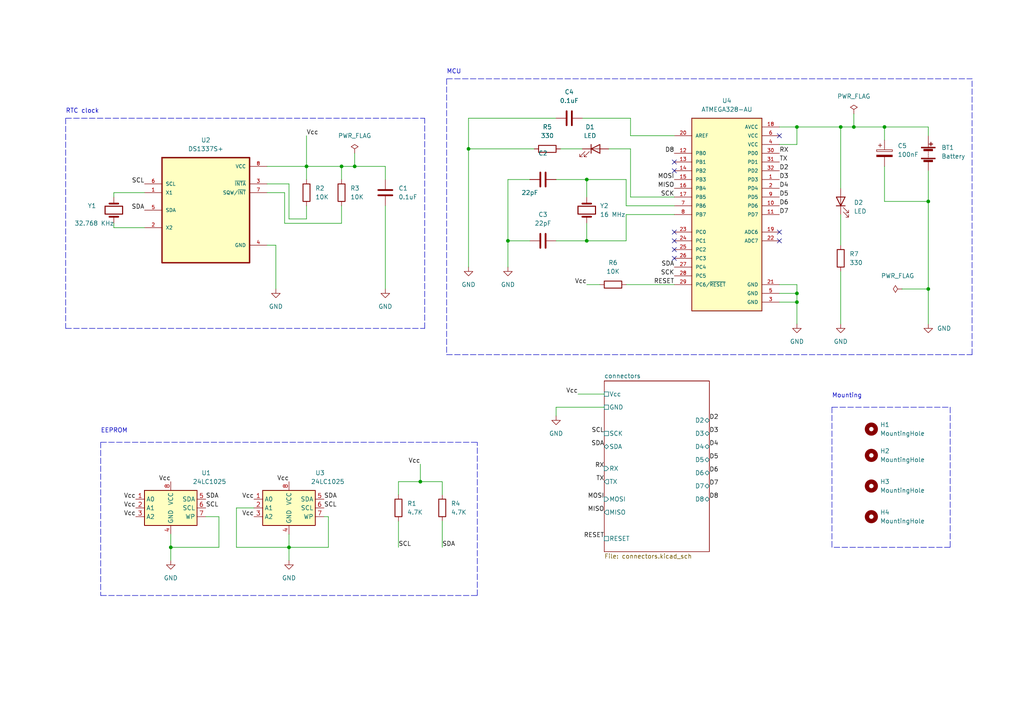
<source format=kicad_sch>
(kicad_sch (version 20211123) (generator eeschema)
  (paper "A4")
  (title_block (title "${project_name}") (date "2022-09-23") (rev "1"))
  (lib_symbols
    (symbol "ATMEGA328-AU_1" (pin_names (offset 1.016))
      (property "Reference" "U" (at -10.1854 29.2862 0))
      (property "Value" "ATMEGA328-AU_1" (at -10.16 -31.7754 0))
      (symbol "ATMEGA328-AU_1_0_0"
        (rectangle (start -10.16 -27.94) (end 10.16 27.94) (stroke (width 0.254)) (fill (type background)))
        (pin bidirectional line (at 15.24 10.16 180) (length 5.08) (name "PD3") (number "1"))
        (pin bidirectional line (at 15.24 2.54 180) (length 5.08) (name "PD6") (number "10"))
        (pin bidirectional line (at 15.24 0 180) (length 5.08) (name "PD7") (number "11"))
        (pin bidirectional line (at -15.24 17.78 0) (length 5.08) (name "PB0") (number "12"))
        (pin bidirectional line (at -15.24 15.24 0) (length 5.08) (name "PB1") (number "13"))
        (pin bidirectional line (at -15.24 12.7 0) (length 5.08) (name "PB2") (number "14"))
        (pin bidirectional line (at -15.24 10.16 0) (length 5.08) (name "PB3") (number "15"))
        (pin bidirectional line (at -15.24 7.62 0) (length 5.08) (name "PB4") (number "16"))
        (pin bidirectional line (at -15.24 5.08 0) (length 5.08) (name "PB5") (number "17"))
        (pin power_in line (at 15.24 25.4 180) (length 5.08) (name "AVCC") (number "18"))
        (pin bidirectional line (at 15.24 -5.08 180) (length 5.08) (name "ADC6") (number "19"))
        (pin bidirectional line (at 15.24 7.62 180) (length 5.08) (name "PD4") (number "2"))
        (pin input line (at -15.24 22.86 0) (length 5.08) (name "AREF") (number "20"))
        (pin power_in line (at 15.24 -20.32 180) (length 5.08) (name "GND") (number "21"))
        (pin bidirectional line (at 15.24 -7.62 180) (length 5.08) (name "ADC7") (number "22"))
        (pin bidirectional line (at -15.24 -5.08 0) (length 5.08) (name "PC0") (number "23"))
        (pin bidirectional line (at -15.24 -7.62 0) (length 5.08) (name "PC1") (number "24"))
        (pin bidirectional line (at -15.24 -10.16 0) (length 5.08) (name "PC2") (number "25"))
        (pin bidirectional line (at -15.24 -12.7 0) (length 5.08) (name "PC3") (number "26"))
        (pin bidirectional line (at -15.24 -15.24 0) (length 5.08) (name "PC4") (number "27"))
        (pin bidirectional line (at -15.24 -17.78 0) (length 5.08) (name "PC5") (number "28"))
        (pin bidirectional line (at -15.24 -20.32 0) (length 5.08) (name "PC6/~{RESET}") (number "29"))
        (pin power_in line (at 15.24 -25.4 180) (length 5.08) (name "GND") (number "3"))
        (pin bidirectional line (at 15.24 17.78 180) (length 5.08) (name "PD0") (number "30"))
        (pin bidirectional line (at 15.24 15.24 180) (length 5.08) (name "PD1") (number "31"))
        (pin bidirectional line (at 15.24 12.7 180) (length 5.08) (name "PD2") (number "32"))
        (pin power_in line (at 15.24 20.32 180) (length 5.08) (name "VCC") (number "4"))
        (pin power_in line (at 15.24 -22.86 180) (length 5.08) (name "GND") (number "5"))
        (pin power_in line (at 15.24 22.86 180) (length 5.08) (name "VCC") (number "6"))
        (pin bidirectional line (at -15.24 2.54 0) (length 5.08) (name "PB6") (number "7"))
        (pin bidirectional line (at -15.24 0 0) (length 5.08) (name "PB7") (number "8"))
        (pin bidirectional line (at 15.24 5.08 180) (length 5.08) (name "PD5") (number "9"))
      )
    )
    (symbol "DS1337S_:DS1337S+" (pin_names (offset 1.016))
      (property "Reference" "U" (at -12.7 16.2306 0))
      (property "Value" "DS1337S+" (at -12.7 -19.2278 0))
      (symbol "DS1337S+_0_0"
        (rectangle (start -12.7 -15.24) (end 12.7 15.24) (stroke (width 0.4064)) (fill (type background)))
        (pin input line (at -17.78 5.08 0) (length 5.08) (name "X1") (number "1"))
        (pin bidirectional line (at -17.78 -5.08 0) (length 5.08) (name "X2") (number "2"))
        (pin output line (at 17.78 7.62 180) (length 5.08) (name "~{INTA}") (number "3"))
        (pin power_in line (at 17.78 -10.16 180) (length 5.08) (name "GND") (number "4"))
        (pin bidirectional line (at -17.78 0 0) (length 5.08) (name "SDA") (number "5"))
        (pin input line (at -17.78 7.62 0) (length 5.08) (name "SCL") (number "6"))
        (pin output line (at 17.78 5.08 180) (length 5.08) (name "SQW/~{INT}") (number "7"))
        (pin power_in line (at 17.78 12.7 180) (length 5.08) (name "VCC") (number "8"))
      )
    )
    (symbol "Device:Battery" (pin_numbers hide) (pin_names (offset 0) hide)
      (property "Reference" "BT" (at 2.54 2.54 0))
      (property "Value" "Battery" (at 2.54 0 0))
      (symbol "Battery_0_1"
        (rectangle (start -2.032 -1.397) (end 2.032 -1.651) (fill (type outline)))
        (rectangle (start -2.032 1.778) (end 2.032 1.524) (fill (type outline)))
        (rectangle (start -1.3208 -1.9812) (end 1.27 -2.4892) (fill (type outline)))
        (rectangle (start -1.3208 1.1938) (end 1.27 0.6858) (fill (type outline)))
        (polyline (pts (xy 0 -1.524) (xy 0 -1.27)))
        (polyline (pts (xy 0 -1.016) (xy 0 -0.762)))
        (polyline (pts (xy 0 -0.508) (xy 0 -0.254)))
        (polyline (pts (xy 0 0) (xy 0 0.254)))
        (polyline (pts (xy 0 0.508) (xy 0 0.762)))
        (polyline (pts (xy 0 1.778) (xy 0 2.54)))
        (polyline (pts (xy 0.254 2.667) (xy 1.27 2.667)) (stroke (width 0.254)))
        (polyline (pts (xy 0.762 3.175) (xy 0.762 2.159)) (stroke (width 0.254)))
      )
      (symbol "Battery_1_1"
        (pin passive line (at 0 5.08 270) (length 2.54) (name "+") (number "1"))
        (pin passive line (at 0 -5.08 90) (length 2.54) (name "-") (number "2"))
      )
    )
    (symbol "Device:C" (pin_numbers hide) (pin_names (offset 0.254))
      (property "Reference" "C" (at 0.635 2.54 0))
      (property "Value" "C" (at 0.635 -2.54 0))
      (symbol "C_0_1"
        (polyline (pts (xy -2.032 -0.762) (xy 2.032 -0.762)) (stroke (width 0.508)))
        (polyline (pts (xy -2.032 0.762) (xy 2.032 0.762)) (stroke (width 0.508)))
      )
      (symbol "C_1_1"
        (pin passive line (at 0 3.81 270) (length 2.794) (name "~") (number "1"))
        (pin passive line (at 0 -3.81 90) (length 2.794) (name "~") (number "2"))
      )
    )
    (symbol "Device:C_Polarized" (pin_numbers hide) (pin_names (offset 0.254))
      (property "Reference" "C" (at 0.635 2.54 0))
      (property "Value" "C_Polarized" (at 0.635 -2.54 0))
      (symbol "C_Polarized_0_1"
        (rectangle (start -2.286 0.508) (end 2.286 1.016))
        (polyline (pts (xy -1.778 2.286) (xy -0.762 2.286)))
        (polyline (pts (xy -1.27 2.794) (xy -1.27 1.778)))
        (rectangle (start 2.286 -0.508) (end -2.286 -1.016) (fill (type outline)))
      )
      (symbol "C_Polarized_1_1"
        (pin passive line (at 0 3.81 270) (length 2.794) (name "~") (number "1"))
        (pin passive line (at 0 -3.81 90) (length 2.794) (name "~") (number "2"))
      )
    )
    (symbol "Device:Crystal" (pin_numbers hide) (pin_names (offset 1.016) hide)
      (property "Reference" "Y" (at 0 3.81 0))
      (property "Value" "Crystal" (at 0 -3.81 0))
      (symbol "Crystal_0_1"
        (rectangle (start -1.143 2.54) (end 1.143 -2.54) (stroke (width 0.3048)))
        (polyline (pts (xy -2.54 0) (xy -1.905 0)))
        (polyline (pts (xy -1.905 -1.27) (xy -1.905 1.27)) (stroke (width 0.508)))
        (polyline (pts (xy 1.905 -1.27) (xy 1.905 1.27)) (stroke (width 0.508)))
        (polyline (pts (xy 2.54 0) (xy 1.905 0)))
      )
      (symbol "Crystal_1_1"
        (pin passive line (at -3.81 0 0) (length 1.27) (name "1") (number "1"))
        (pin passive line (at 3.81 0 180) (length 1.27) (name "2") (number "2"))
      )
    )
    (symbol "Device:LED" (pin_numbers hide) (pin_names (offset 1.016) hide)
      (property "Reference" "D" (at 0 2.54 0))
      (property "Value" "LED" (at 0 -2.54 0))
      (symbol "LED_0_1"
        (polyline (pts (xy -1.27 -1.27) (xy -1.27 1.27)) (stroke (width 0.254)))
        (polyline (pts (xy -1.27 0) (xy 1.27 0)))
        (polyline (pts (xy 1.27 -1.27) (xy 1.27 1.27) (xy -1.27 0) (xy 1.27 -1.27)) (stroke (width 0.254)))
        (polyline (pts (xy -3.048 -0.762) (xy -4.572 -2.286) (xy -3.81 -2.286) (xy -4.572 -2.286) (xy -4.572 -1.524)))
        (polyline (pts (xy -1.778 -0.762) (xy -3.302 -2.286) (xy -2.54 -2.286) (xy -3.302 -2.286) (xy -3.302 -1.524)))
      )
      (symbol "LED_1_1"
        (pin passive line (at -3.81 0 0) (length 2.54) (name "K") (number "1"))
        (pin passive line (at 3.81 0 180) (length 2.54) (name "A") (number "2"))
      )
    )
    (symbol "Device:R" (pin_numbers hide) (pin_names (offset 0))
      (property "Reference" "R" (at 2.032 0 90))
      (property "Value" "R" (at 0 0 90))
      (symbol "R_0_1"
        (rectangle (start -1.016 -2.54) (end 1.016 2.54) (stroke (width 0.254)))
      )
      (symbol "R_1_1"
        (pin passive line (at 0 3.81 270) (length 1.27) (name "~") (number "1"))
        (pin passive line (at 0 -3.81 90) (length 1.27) (name "~") (number "2"))
      )
    )
    (symbol "Mechanical:MountingHole" (pin_names (offset 1.016))
      (property "Reference" "H" (at 0 5.08 0))
      (property "Value" "MountingHole" (at 0 3.175 0))
      (symbol "MountingHole_0_1"
        (circle (center 0 0) (radius 1.27) (stroke (width 1.27)))
      )
    )
    (symbol "Memory_EEPROM:24LC1025"
      (property "Reference" "U" (at -6.35 6.35 0))
      (property "Value" "24LC1025" (at 1.27 6.35 0))
      (symbol "24LC1025_1_1"
        (rectangle (start -7.62 5.08) (end 7.62 -5.08) (stroke (width 0.254)) (fill (type background)))
        (pin input line (at -10.16 2.54 0) (length 2.54) (name "A0") (number "1"))
        (pin input line (at -10.16 0 0) (length 2.54) (name "A1") (number "2"))
        (pin input line (at -10.16 -2.54 0) (length 2.54) (name "A2") (number "3"))
        (pin power_in line (at 0 -7.62 90) (length 2.54) (name "GND") (number "4"))
        (pin bidirectional line (at 10.16 2.54 180) (length 2.54) (name "SDA") (number "5"))
        (pin input line (at 10.16 0 180) (length 2.54) (name "SCL") (number "6"))
        (pin input line (at 10.16 -2.54 180) (length 2.54) (name "WP") (number "7"))
        (pin power_in line (at 0 7.62 270) (length 2.54) (name "VCC") (number "8"))
      )
    )
    (symbol "power:GND" (power) (pin_names (offset 0))
      (property "Value" "GND" (at 0 -3.81 0))
      (symbol "GND_0_1"
        (polyline (pts (xy 0 0) (xy 0 -1.27) (xy 1.27 -1.27) (xy 0 -2.54) (xy -1.27 -1.27) (xy 0 -1.27)))
      )
      (symbol "GND_1_1"
        (pin power_in line (at 0 0 270) (length 0) hide (name "GND") (number "1"))
      )
    )
    (symbol "power:PWR_FLAG" (power) (pin_numbers hide) (pin_names (offset 0) hide)
      (property "Value" "PWR_FLAG" (at 0 3.81 0))
      (symbol "PWR_FLAG_0_0"
        (pin power_out line (at 0 0 90) (length 0) (name "pwr") (number "1"))
      )
      (symbol "PWR_FLAG_0_1"
        (polyline (pts (xy 0 0) (xy 0 1.27) (xy -1.016 1.905) (xy 0 2.54) (xy 1.016 1.905) (xy 0 1.27)))
      )
    )
  )
  (junction (at 135.89 43.18))
  (junction (at 49.53 158.75))
  (junction (at 269.24 58.42))
  (junction (at 170.18 69.85))
  (junction (at 256.54 36.83))
  (junction (at 231.14 87.63))
  (junction (at 231.14 36.83))
  (junction (at 88.9 48.26))
  (junction (at 102.87 48.26))
  (junction (at 243.84 36.83))
  (junction (at 121.92 139.7))
  (junction (at 269.24 83.82))
  (junction (at 99.06 48.26))
  (junction (at 247.65 36.83))
  (junction (at 83.82 158.75))
  (junction (at 231.14 85.09))
  (junction (at 147.32 69.85))
  (junction (at 170.18 52.07))
  (no_connect (at 226.06 39.37))
  (no_connect (at 226.06 67.31))
  (no_connect (at 226.06 69.85))
  (no_connect (at 195.58 74.93))
  (no_connect (at 195.58 72.39))
  (no_connect (at 195.58 46.99))
  (no_connect (at 195.58 69.85))
  (no_connect (at 195.58 67.31))
  (no_connect (at 195.58 49.53))
  (polyline (pts (xy 129.54 22.86) (xy 129.54 102.87)))
  (wire (pts (xy 128.27 139.7) (xy 128.27 143.51)))
  (polyline (pts (xy 129.54 102.87) (xy 281.94 102.87)))
  (wire (pts (xy 182.88 34.29) (xy 182.88 39.37)))
  (wire (pts (xy 63.5 149.86) (xy 63.5 158.75)))
  (wire (pts (xy 195.58 59.69) (xy 181.61 59.69)))
  (wire (pts (xy 162.56 43.18) (xy 168.91 43.18)))
  (polyline (pts (xy 129.54 22.86) (xy 281.94 22.86)))
  (wire (pts (xy 99.06 64.77) (xy 99.06 59.69)))
  (wire (pts (xy 111.76 59.69) (xy 111.76 83.82)))
  (wire (pts (xy 88.9 48.26) (xy 99.06 48.26)))
  (wire (pts (xy 170.18 69.85) (xy 170.18 64.77)))
  (wire (pts (xy 182.88 57.15) (xy 195.58 57.15)))
  (wire (pts (xy 182.88 39.37) (xy 195.58 39.37)))
  (wire (pts (xy 181.61 82.55) (xy 195.58 82.55)))
  (wire (pts (xy 256.54 36.83) (xy 256.54 40.64)))
  (polyline (pts (xy 138.43 172.72) (xy 138.43 128.27)))
  (wire (pts (xy 80.01 71.12) (xy 80.01 83.82)))
  (wire (pts (xy 49.53 158.75) (xy 49.53 162.56)))
  (wire (pts (xy 170.18 82.55) (xy 173.99 82.55)))
  (wire (pts (xy 161.29 69.85) (xy 170.18 69.85)))
  (wire (pts (xy 115.57 151.13) (xy 115.57 158.75)))
  (wire (pts (xy 77.47 55.88) (xy 82.55 55.88)))
  (wire (pts (xy 68.58 158.75) (xy 83.82 158.75)))
  (wire (pts (xy 176.53 43.18) (xy 182.88 43.18)))
  (wire (pts (xy 181.61 69.85) (xy 170.18 69.85)))
  (wire (pts (xy 226.06 82.55) (xy 231.14 82.55)))
  (wire (pts (xy 231.14 36.83) (xy 243.84 36.83)))
  (wire (pts (xy 181.61 62.23) (xy 181.61 69.85)))
  (wire (pts (xy 168.91 34.29) (xy 182.88 34.29)))
  (wire (pts (xy 161.29 118.11) (xy 161.29 120.65)))
  (wire (pts (xy 181.61 52.07) (xy 170.18 52.07)))
  (wire (pts (xy 243.84 62.23) (xy 243.84 71.12)))
  (wire (pts (xy 269.24 58.42) (xy 269.24 83.82)))
  (wire (pts (xy 83.82 53.34) (xy 83.82 63.5)))
  (wire (pts (xy 111.76 48.26) (xy 111.76 52.07)))
  (wire (pts (xy 95.25 158.75) (xy 83.82 158.75)))
  (wire (pts (xy 83.82 158.75) (xy 83.82 162.56)))
  (wire (pts (xy 170.18 52.07) (xy 170.18 57.15)))
  (wire (pts (xy 128.27 151.13) (xy 128.27 158.75)))
  (wire (pts (xy 82.55 64.77) (xy 99.06 64.77)))
  (wire (pts (xy 93.98 149.86) (xy 95.25 149.86)))
  (wire (pts (xy 121.92 139.7) (xy 128.27 139.7)))
  (wire (pts (xy 231.14 82.55) (xy 231.14 85.09)))
  (wire (pts (xy 231.14 87.63) (xy 231.14 93.98)))
  (polyline (pts (xy 29.21 128.27) (xy 29.21 172.72)))
  (wire (pts (xy 63.5 158.75) (xy 49.53 158.75)))
  (polyline (pts (xy 241.3 118.11) (xy 241.3 158.75)))
  (wire (pts (xy 181.61 59.69) (xy 181.61 52.07)))
  (wire (pts (xy 256.54 58.42) (xy 269.24 58.42)))
  (wire (pts (xy 33.02 66.04) (xy 33.02 64.77)))
  (wire (pts (xy 147.32 69.85) (xy 153.67 69.85)))
  (wire (pts (xy 243.84 36.83) (xy 247.65 36.83)))
  (polyline (pts (xy 29.21 172.72) (xy 138.43 172.72)))
  (wire (pts (xy 231.14 41.91) (xy 231.14 36.83)))
  (wire (pts (xy 82.55 55.88) (xy 82.55 64.77)))
  (wire (pts (xy 195.58 62.23) (xy 181.61 62.23)))
  (wire (pts (xy 269.24 83.82) (xy 269.24 93.98)))
  (wire (pts (xy 182.88 43.18) (xy 182.88 57.15)))
  (wire (pts (xy 99.06 48.26) (xy 99.06 52.07)))
  (wire (pts (xy 68.58 147.32) (xy 68.58 158.75)))
  (wire (pts (xy 88.9 63.5) (xy 88.9 59.69)))
  (wire (pts (xy 226.06 41.91) (xy 231.14 41.91)))
  (wire (pts (xy 59.69 149.86) (xy 63.5 149.86)))
  (polyline (pts (xy 19.05 34.29) (xy 123.19 34.29)))
  (polyline (pts (xy 241.3 118.11) (xy 275.59 118.11)))
  (wire (pts (xy 77.47 71.12) (xy 80.01 71.12)))
  (wire (pts (xy 115.57 139.7) (xy 121.92 139.7)))
  (polyline (pts (xy 29.21 128.27) (xy 138.43 128.27)))
  (polyline (pts (xy 275.59 118.11) (xy 275.59 158.75)))
  (wire (pts (xy 147.32 69.85) (xy 147.32 52.07)))
  (wire (pts (xy 167.64 114.3) (xy 175.26 114.3)))
  (wire (pts (xy 99.06 48.26) (xy 102.87 48.26)))
  (wire (pts (xy 256.54 48.26) (xy 256.54 58.42)))
  (wire (pts (xy 247.65 33.02) (xy 247.65 36.83)))
  (wire (pts (xy 231.14 85.09) (xy 231.14 87.63)))
  (wire (pts (xy 226.06 87.63) (xy 231.14 87.63)))
  (wire (pts (xy 147.32 52.07) (xy 153.67 52.07)))
  (wire (pts (xy 247.65 36.83) (xy 256.54 36.83)))
  (wire (pts (xy 175.26 118.11) (xy 161.29 118.11)))
  (polyline (pts (xy 123.19 95.25) (xy 123.19 34.29)))
  (wire (pts (xy 102.87 44.45) (xy 102.87 48.26)))
  (wire (pts (xy 77.47 53.34) (xy 83.82 53.34)))
  (wire (pts (xy 77.47 48.26) (xy 88.9 48.26)))
  (wire (pts (xy 135.89 34.29) (xy 135.89 43.18)))
  (wire (pts (xy 161.29 34.29) (xy 135.89 34.29)))
  (wire (pts (xy 41.91 55.88) (xy 33.02 55.88)))
  (wire (pts (xy 161.29 52.07) (xy 170.18 52.07)))
  (wire (pts (xy 269.24 36.83) (xy 269.24 39.37)))
  (wire (pts (xy 226.06 36.83) (xy 231.14 36.83)))
  (wire (pts (xy 147.32 77.47) (xy 147.32 69.85)))
  (wire (pts (xy 269.24 49.53) (xy 269.24 58.42)))
  (wire (pts (xy 115.57 143.51) (xy 115.57 139.7)))
  (wire (pts (xy 95.25 149.86) (xy 95.25 158.75)))
  (wire (pts (xy 83.82 63.5) (xy 88.9 63.5)))
  (wire (pts (xy 135.89 43.18) (xy 135.89 77.47)))
  (wire (pts (xy 226.06 85.09) (xy 231.14 85.09)))
  (wire (pts (xy 33.02 55.88) (xy 33.02 57.15)))
  (wire (pts (xy 73.66 147.32) (xy 68.58 147.32)))
  (wire (pts (xy 243.84 78.74) (xy 243.84 93.98)))
  (polyline (pts (xy 275.59 158.75) (xy 241.3 158.75)))
  (wire (pts (xy 256.54 36.83) (xy 269.24 36.83)))
  (wire (pts (xy 88.9 39.37) (xy 88.9 48.26)))
  (polyline (pts (xy 19.05 95.25) (xy 123.19 95.25)))
  (polyline (pts (xy 19.05 34.29) (xy 19.05 95.25)))
  (wire (pts (xy 88.9 48.26) (xy 88.9 52.07)))
  (polyline (pts (xy 281.94 102.87) (xy 281.94 22.86)))
  (wire (pts (xy 49.53 154.94) (xy 49.53 158.75)))
  (wire (pts (xy 102.87 48.26) (xy 111.76 48.26)))
  (wire (pts (xy 41.91 66.04) (xy 33.02 66.04)))
  (wire (pts (xy 154.94 43.18) (xy 135.89 43.18)))
  (wire (pts (xy 243.84 36.83) (xy 243.84 54.61)))
  (wire (pts (xy 121.92 134.62) (xy 121.92 139.7)))
  (wire (pts (xy 261.62 83.82) (xy 269.24 83.82)))
  (wire (pts (xy 83.82 154.94) (xy 83.82 158.75)))
  (text "EEPROM\n" (at 29.21 125.73 0) (effects (font (size 1.27 1.27)) (justify left bottom)))
  (text "MCU" (at 129.54 21.59 0) (effects (font (size 1.27 1.27)) (justify left bottom)))
  (text "Mounting" (at 241.3 115.57 0) (effects (font (size 1.27 1.27)) (justify left bottom)))
  (text "RTC clock\n" (at 19.05 33.02 0) (effects (font (size 1.27 1.27)) (justify left bottom)))
  (label "D4" (at 226.06 54.61 0))
  (label "MISO" (at 175.26 148.59 180))
  (label "Vcc" (at 121.92 134.62 180))
  (label "SCL" (at 115.57 158.75 0))
  (label "SDA" (at 59.69 144.78 0))
  (label "Vcc" (at 73.66 144.78 180))
  (label "D6" (at 205.74 137.16 0))
  (label "Vcc" (at 167.64 114.3 180))
  (label "MISO" (at 195.58 54.61 180))
  (label "Vcc" (at 88.9 39.37 0))
  (label "Vcc" (at 170.18 82.55 180))
  (label "Vcc" (at 73.66 149.86 180))
  (label "D8" (at 205.74 144.78 0))
  (label "RESET" (at 195.58 82.55 180))
  (label "D7" (at 205.74 140.97 0))
  (label "Vcc" (at 83.82 139.7 180))
  (label "SDA" (at 41.91 60.96 180))
  (label "D3" (at 226.06 52.07 0))
  (label "SDA" (at 93.98 144.78 0))
  (label "D5" (at 226.06 57.15 0))
  (label "Vcc" (at 39.37 147.32 180))
  (label "MOSI" (at 195.58 52.07 180))
  (label "SCK" (at 195.58 80.01 180))
  (label "SDA" (at 175.26 129.54 180))
  (label "D4" (at 205.74 129.54 0))
  (label "D2" (at 226.06 49.53 0))
  (label "MOSI" (at 175.26 144.78 180))
  (label "RESET" (at 175.26 156.21 180))
  (label "D6" (at 226.06 59.69 0))
  (label "SDA" (at 195.58 77.47 180))
  (label "TX" (at 175.26 139.7 180))
  (label "SDA" (at 128.27 158.75 0))
  (label "SCL" (at 41.91 53.34 180))
  (label "Vcc" (at 49.53 139.7 180))
  (label "Vcc" (at 39.37 149.86 180))
  (label "D7" (at 226.06 62.23 0))
  (label "SCK" (at 195.58 57.15 180))
  (label "SCL" (at 93.98 147.32 0))
  (label "RX" (at 175.26 135.89 180))
  (label "TX" (at 226.06 46.99 0))
  (label "SCL" (at 59.69 147.32 0))
  (label "D3" (at 205.74 125.73 0))
  (label "D8" (at 195.58 44.45 180))
  (label "SCL" (at 175.26 125.73 180))
  (label "Vcc" (at 39.37 144.78 180))
  (label "RX" (at 226.06 44.45 0))
  (label "D5" (at 205.74 133.35 0))
  (label "D2" (at 205.74 121.92 0))
  (symbol (lib_id "Device:Battery") (at 269.24 44.45 0) (unit 1)
    (property "Reference" "BT1" (at 273.05 42.7989 0) (effects (justify left)))
    (property "Value" "Battery" (at 273.05 45.3389 0) (effects (justify left)))
    (property "Footprint" "Connector_PinHeader_2.54mm:PinHeader_1x02_P2.54mm_Vertical" (effects hide))
  )
  (symbol (lib_id "Device:R") (at 128.27 147.32 0) (unit 1)
    (property "Reference" "R4" (at 130.81 146.0499 0) (effects (justify left)))
    (property "Value" "4.7K" (at 130.81 148.5899 0) (effects (justify left)))
    (property "Footprint" "Resistor_SMD:R_0805_2012Metric" (effects hide))
  )
  (symbol (lib_id "DS1337S_:DS1337S+") (at 59.69 60.96 0) (unit 1)
    (property "Reference" "U2" (at 59.69 40.64 0))
    (property "Value" "DS1337S+" (at 59.69 43.18 0))
    (property "Footprint" "Footprints:SOIC127P600X175-8N" (effects hide))
  )
  (symbol (lib_id "power:GND") (at 243.84 93.98 0) (unit 1)
    (property "Reference" "#PWR0107" (effects hide))
    (property "Value" "GND" (at 243.84 99.06 0))
  )
  (symbol (lib_id "Mechanical:MountingHole") (at 252.73 132.08 0) (unit 1)
    (property "Reference" "H2" (at 255.27 130.8099 0) (effects (justify left)))
    (property "Value" "MountingHole" (at 255.27 133.3499 0) (effects (justify left)))
    (property "Footprint" "MountingHole:MountingHole_2.1mm" (effects hide))
  )
  (symbol (lib_id "Mechanical:MountingHole") (at 252.73 140.97 0) (unit 1)
    (property "Reference" "H3" (at 255.27 139.6999 0) (effects (justify left)))
    (property "Value" "MountingHole" (at 255.27 142.2399 0) (effects (justify left)))
    (property "Footprint" "MountingHole:MountingHole_2.1mm" (effects hide))
  )
  (symbol (lib_id "Device:R") (at 115.57 147.32 0) (unit 1)
    (property "Reference" "R1" (at 118.11 146.0499 0) (effects (justify left)))
    (property "Value" "4.7K" (at 118.11 148.5899 0) (effects (justify left)))
    (property "Footprint" "Resistor_SMD:R_0805_2012Metric" (effects hide))
  )
  (symbol (lib_id "power:PWR_FLAG") (at 247.65 33.02 0) (unit 1)
    (property "Reference" "#FLG0101" (effects hide))
    (property "Value" "PWR_FLAG" (at 247.65 27.94 0))
  )
  (symbol (lib_id "Device:R") (at 99.06 55.88 0) (unit 1)
    (property "Reference" "R3" (at 101.6 54.6099 0) (effects (justify left)))
    (property "Value" "10K" (at 101.6 57.1499 0) (effects (justify left)))
    (property "Footprint" "Resistor_SMD:R_0805_2012Metric" (effects hide))
  )
  (symbol (lib_id "Memory_EEPROM:24LC1025") (at 49.53 147.32 0) (unit 1)
    (property "Reference" "U1" (at 58.42 137.16 0) (effects (justify left)))
    (property "Value" "24LC1025" (at 55.88 139.7 0) (effects (justify left)))
    (property "Footprint" "Package_SO:SOIC-8_5.23x5.23mm_P1.27mm" (effects hide))
    (property "Datasheet" "http://ww1.microchip.com/downloads/en/DeviceDoc/21941B.pdf" (effects hide))
  )
  (symbol (lib_id "Device:C") (at 157.48 52.07 90) (unit 1)
    (property "Reference" "C2" (at 157.48 44.45 90))
    (property "Value" "22pF" (at 153.67 55.88 90))
    (property "Footprint" "Capacitor_SMD:C_0805_2012Metric" (effects hide))
  )
  (symbol (lib_id "power:PWR_FLAG") (at 102.87 44.45 0) (unit 1)
    (property "Reference" "#FLG0103" (effects hide))
    (property "Value" "PWR_FLAG" (at 102.87 39.37 0))
  )
  (symbol (lib_id "Device:LED") (at 243.84 58.42 90) (unit 1)
    (property "Reference" "D2" (at 247.65 58.7374 90) (effects (justify right)))
    (property "Value" "LED" (at 247.65 61.2774 90) (effects (justify right)))
    (property "Footprint" "LED_SMD:LED_0805_2012Metric" (effects hide))
  )
  (symbol (lib_id "Device:C") (at 165.1 34.29 90) (unit 1)
    (property "Reference" "C4" (at 165.1 26.67 90))
    (property "Value" "0.1uF" (at 165.1 29.21 90))
    (property "Footprint" "Capacitor_SMD:C_0805_2012Metric" (effects hide))
  )
  (symbol (lib_id "power:PWR_FLAG") (at 261.62 83.82 90) (unit 1)
    (property "Reference" "#FLG0102" (effects hide))
    (property "Value" "PWR_FLAG" (at 260.35 80.01 90))
  )
  (symbol (lib_id "Device:Crystal") (at 33.02 60.96 270) (unit 1)
    (property "Reference" "Y1" (at 25.4 59.69 90) (effects (justify left)))
    (property "Value" "32.768 KHz" (at 21.59 64.77 90) (effects (justify left)))
    (property "Footprint" "Crystal:Crystal_SMD_5032-2Pin_5.0x3.2mm_HandSoldering" (effects hide))
  )
  (symbol (lib_id "power:GND") (at 147.32 77.47 0) (unit 1)
    (property "Reference" "#PWR0109" (effects hide))
    (property "Value" "GND" (at 147.32 82.55 0))
  )
  (symbol (lib_name "ATMEGA328-AU_1") (lib_id "ATMEGA328-AU:ATMEGA328-AU") (at 210.82 62.23 0) (unit 1)
    (property "Reference" "U4" (at 210.82 29.21 0))
    (property "Value" "ATMEGA328-AU" (at 210.82 31.75 0))
    (property "Footprint" "QFP80P900X900X120-32N" (effects hide))
    (property "MANUFACTURER" "Atmel" (effects hide))
  )
  (symbol (lib_id "power:GND") (at 135.89 77.47 0) (unit 1)
    (property "Reference" "#PWR0103" (effects hide))
    (property "Value" "GND" (at 135.89 82.55 0))
  )
  (symbol (lib_id "power:GND") (at 231.14 93.98 0) (unit 1)
    (property "Reference" "#PWR0106" (effects hide))
    (property "Value" "GND" (at 231.14 99.06 0))
  )
  (symbol (lib_id "power:GND") (at 161.29 120.65 0) (unit 1)
    (property "Reference" "#PWR0110" (effects hide))
    (property "Value" "GND" (at 161.29 125.73 0))
  )
  (symbol (lib_id "Device:C_Polarized") (at 256.54 44.45 0) (unit 1)
    (property "Reference" "C5" (at 260.35 42.2909 0) (effects (justify left)))
    (property "Value" "100nF" (at 260.35 44.8309 0) (effects (justify left)))
    (property "Footprint" "Capacitor_SMD:C_0805_2012Metric" (effects hide))
  )
  (symbol (lib_id "Memory_EEPROM:24LC1025") (at 83.82 147.32 0) (unit 1)
    (property "Reference" "U3" (at 91.44 137.16 0) (effects (justify left)))
    (property "Value" "24LC1025" (at 90.17 139.7 0) (effects (justify left)))
    (property "Footprint" "Package_SO:SOIC-8_5.23x5.23mm_P1.27mm" (effects hide))
    (property "Datasheet" "http://ww1.microchip.com/downloads/en/DeviceDoc/21941B.pdf" (effects hide))
  )
  (symbol (lib_id "power:GND") (at 269.24 93.98 0) (mirror y) (unit 1)
    (property "Reference" "#PWR0108" (effects hide))
    (property "Value" "GND" (at 271.78 95.2499 0) (effects (justify right)))
  )
  (symbol (lib_id "Device:R") (at 177.8 82.55 90) (unit 1)
    (property "Reference" "R6" (at 177.8 76.2 90))
    (property "Value" "10K" (at 177.8 78.74 90))
    (property "Footprint" "Resistor_SMD:R_0805_2012Metric" (effects hide))
  )
  (symbol (lib_id "Device:LED") (at 172.72 43.18 0) (unit 1)
    (property "Reference" "D1" (at 171.1325 36.83 0))
    (property "Value" "LED" (at 171.1325 39.37 0))
    (property "Footprint" "LED_SMD:LED_0805_2012Metric" (effects hide))
  )
  (symbol (lib_id "Device:R") (at 88.9 55.88 0) (unit 1)
    (property "Reference" "R2" (at 91.44 54.6099 0) (effects (justify left)))
    (property "Value" "10K" (at 91.44 57.1499 0) (effects (justify left)))
    (property "Footprint" "Resistor_SMD:R_0805_2012Metric" (effects hide))
  )
  (symbol (lib_id "Device:R") (at 243.84 74.93 0) (unit 1)
    (property "Reference" "R7" (at 246.38 73.6599 0) (effects (justify left)))
    (property "Value" "330" (at 246.38 76.1999 0) (effects (justify left)))
    (property "Footprint" "Resistor_SMD:R_0805_2012Metric" (effects hide))
  )
  (symbol (lib_id "Device:C") (at 111.76 55.88 0) (unit 1)
    (property "Reference" "C1" (at 115.57 54.6099 0) (effects (justify left)))
    (property "Value" "0.1uF" (at 115.57 57.1499 0) (effects (justify left)))
    (property "Footprint" "Capacitor_SMD:C_0805_2012Metric" (effects hide))
  )
  (symbol (lib_id "Device:Crystal") (at 170.18 60.96 270) (unit 1)
    (property "Reference" "Y2" (at 173.99 59.6899 90) (effects (justify left)))
    (property "Value" "16 MHz" (at 173.99 62.2299 90) (effects (justify left)))
    (property "Footprint" "Crystal:Crystal_SMD_5032-2Pin_5.0x3.2mm_HandSoldering" (effects hide))
  )
  (symbol (lib_id "Device:C") (at 157.48 69.85 90) (unit 1)
    (property "Reference" "C3" (at 157.48 62.23 90))
    (property "Value" "22pF" (at 157.48 64.77 90))
    (property "Footprint" "Capacitor_SMD:C_0805_2012Metric" (effects hide))
  )
  (symbol (lib_id "Mechanical:MountingHole") (at 252.73 124.46 0) (unit 1)
    (property "Reference" "H1" (at 255.27 123.1899 0) (effects (justify left)))
    (property "Value" "MountingHole" (at 255.27 125.7299 0) (effects (justify left)))
    (property "Footprint" "MountingHole:MountingHole_2.1mm" (effects hide))
  )
  (symbol (lib_id "Mechanical:MountingHole") (at 252.73 149.86 0) (unit 1)
    (property "Reference" "H4" (at 255.27 148.5899 0) (effects (justify left)))
    (property "Value" "MountingHole" (at 255.27 151.1299 0) (effects (justify left)))
    (property "Footprint" "MountingHole:MountingHole_2.1mm" (effects hide))
  )
  (symbol (lib_id "Device:R") (at 158.75 43.18 90) (unit 1)
    (property "Reference" "R5" (at 158.75 36.83 90))
    (property "Value" "330" (at 158.75 39.37 90))
    (property "Footprint" "Resistor_SMD:R_0805_2012Metric" (effects hide))
  )
  (symbol (lib_id "power:GND") (at 83.82 162.56 0) (unit 1)
    (property "Reference" "#PWR0104" (effects hide))
    (property "Value" "GND" (at 83.82 167.64 0))
  )
  (symbol (lib_id "power:GND") (at 80.01 83.82 0) (unit 1)
    (property "Reference" "#PWR0101" (effects hide))
    (property "Value" "GND" (at 80.01 88.9 0))
  )
  (symbol (lib_id "power:GND") (at 49.53 162.56 0) (unit 1)
    (property "Reference" "#PWR0105" (effects hide))
    (property "Value" "GND" (at 49.53 167.64 0))
  )
  (symbol (lib_id "power:GND") (at 111.76 83.82 0) (unit 1)
    (property "Reference" "#PWR0102" (effects hide))
    (property "Value" "GND" (at 111.76 88.9 0))
  )
  (sheet (at 175.26 110.49) (size 30.48 49.53) (stroke (width 0.1524))
    (property "Sheet name" "connectors" (at 175.26 109.7784 0) (effects (justify left bottom)))
    (property "Sheet file" "connectors.kicad_sch" (at 175.26 160.6046 0) (effects (justify left top)))
    (pin "D4" bidirectional (at 205.74 129.54 0))
    (pin "D5" bidirectional (at 205.74 133.35 0))
    (pin "D3" bidirectional (at 205.74 125.73 0))
    (pin "D2" bidirectional (at 205.74 121.92 0))
    (pin "GND" passive (at 175.26 118.11 180))
    (pin "Vcc" passive (at 175.26 114.3 180))
    (pin "SDA" bidirectional (at 175.26 129.54 180))
    (pin "SCK" passive (at 175.26 125.73 180))
    (pin "RX" input (at 175.26 135.89 180))
    (pin "TX" output (at 175.26 139.7 180))
    (pin "D6" bidirectional (at 205.74 137.16 0))
    (pin "D7" bidirectional (at 205.74 140.97 0))
    (pin "D8" bidirectional (at 205.74 144.78 0))
    (pin "MOSI" input (at 175.26 144.78 180))
    (pin "MISO" output (at 175.26 148.59 180))
    (pin "RESET" passive (at 175.26 156.21 180))
  )
)
</source>
